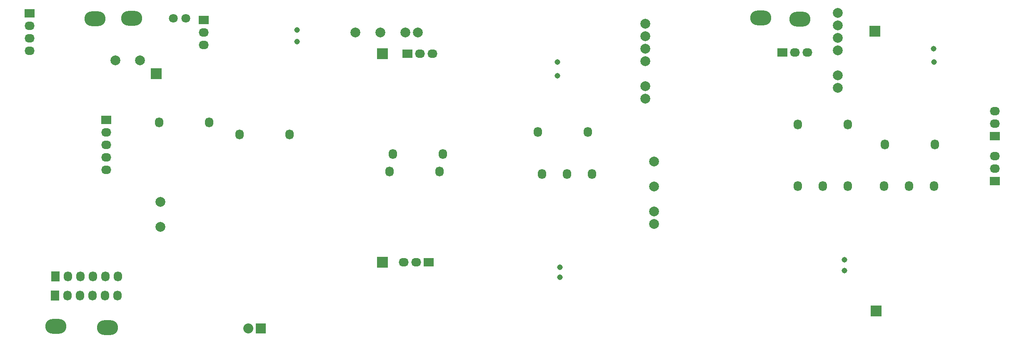
<source format=gbr>
G04 #@! TF.FileFunction,Soldermask,Bot*
%FSLAX46Y46*%
G04 Gerber Fmt 4.6, Leading zero omitted, Abs format (unit mm)*
G04 Created by KiCad (PCBNEW 4.0.1-stable) date 12/11/2016 23:12:02*
%MOMM*%
G01*
G04 APERTURE LIST*
%ADD10C,0.100000*%
%ADD11C,2.000000*%
%ADD12O,4.300000X3.000000*%
%ADD13R,1.727200X2.032000*%
%ADD14O,1.727200X2.032000*%
%ADD15R,2.032000X2.032000*%
%ADD16O,2.032000X2.032000*%
%ADD17C,1.143000*%
%ADD18R,2.235200X2.235200*%
%ADD19R,2.032000X1.727200*%
%ADD20O,2.032000X1.727200*%
%ADD21C,1.800000*%
G04 APERTURE END LIST*
D10*
D11*
X166492000Y61919000D03*
X166492000Y64459000D03*
X166492000Y69539000D03*
X166492000Y74619000D03*
X166492000Y72079000D03*
X166492000Y77159000D03*
X28764000Y38721000D03*
X28764000Y33721000D03*
X129133600Y34276200D03*
X129133600Y36816200D03*
X129133600Y41896200D03*
X129133600Y46976200D03*
D12*
X15494000Y75983000D03*
X158764000Y75971000D03*
D13*
X7360600Y19699200D03*
D14*
X9900600Y19699200D03*
X12440600Y19699200D03*
X14980600Y19699200D03*
X17520600Y19699200D03*
X20060600Y19699200D03*
D12*
X7514000Y13471000D03*
X18014000Y13221000D03*
D13*
X7411400Y23610800D03*
D14*
X9951400Y23610800D03*
X12491400Y23610800D03*
X15031400Y23610800D03*
X17571400Y23610800D03*
X20111400Y23610800D03*
D11*
X127355600Y59751000D03*
X127355600Y62291000D03*
X127355600Y67371000D03*
X127355600Y72451000D03*
X127355600Y69911000D03*
X127355600Y74991000D03*
D12*
X22914000Y76071000D03*
X150764000Y76221000D03*
D15*
X49164000Y13021000D03*
D16*
X46624000Y13021000D03*
D11*
X81134000Y73201000D03*
X78594000Y73201000D03*
X73514000Y73201000D03*
X68434000Y73201000D03*
D17*
X56514000Y71371000D03*
X56514000Y73771000D03*
D18*
X73914000Y68871000D03*
X73914000Y26453000D03*
D17*
X109474000Y67245400D03*
X109996800Y25464600D03*
X109503200Y64451400D03*
X109996800Y23464600D03*
D19*
X83312000Y26453000D03*
D20*
X80772000Y26453000D03*
X78232000Y26453000D03*
D19*
X78994000Y68871000D03*
D20*
X81534000Y68871000D03*
X84074000Y68871000D03*
D17*
X167814000Y26971000D03*
X167814000Y24771000D03*
D19*
X155194000Y69125000D03*
D20*
X157734000Y69125000D03*
X160274000Y69125000D03*
D17*
X186014000Y67171000D03*
X185928000Y69887000D03*
D19*
X37592000Y75729000D03*
D20*
X37592000Y73189000D03*
X37592000Y70649000D03*
D19*
X198374000Y42963000D03*
D20*
X198374000Y45503000D03*
X198374000Y48043000D03*
D18*
X174244000Y16547000D03*
D19*
X198374000Y52107000D03*
D20*
X198374000Y54647000D03*
X198374000Y57187000D03*
D18*
X173990000Y73443000D03*
X27940000Y64807000D03*
D21*
X31414000Y76071000D03*
X33914000Y76071000D03*
D14*
X55014000Y52471000D03*
X44854000Y52471000D03*
X28514000Y54971000D03*
X38674000Y54971000D03*
X76014000Y48471000D03*
X86174000Y48471000D03*
X85514000Y44971000D03*
X75354000Y44971000D03*
X105514000Y52971000D03*
X115674000Y52971000D03*
X116514000Y44471000D03*
X111434000Y44471000D03*
X106354000Y44471000D03*
X158354000Y54471000D03*
X168514000Y54471000D03*
X168514000Y41971000D03*
X163434000Y41971000D03*
X158354000Y41971000D03*
X176014000Y50471000D03*
X186174000Y50471000D03*
X186014000Y41971000D03*
X180934000Y41971000D03*
X175854000Y41971000D03*
D19*
X17764000Y55471000D03*
D20*
X17764000Y52931000D03*
X17764000Y50391000D03*
X17764000Y47851000D03*
X17764000Y45311000D03*
D11*
X19644000Y67531000D03*
X24644000Y67531000D03*
D19*
X2159000Y77126000D03*
D20*
X2159000Y74586000D03*
X2159000Y72046000D03*
X2159000Y69506000D03*
M02*

</source>
